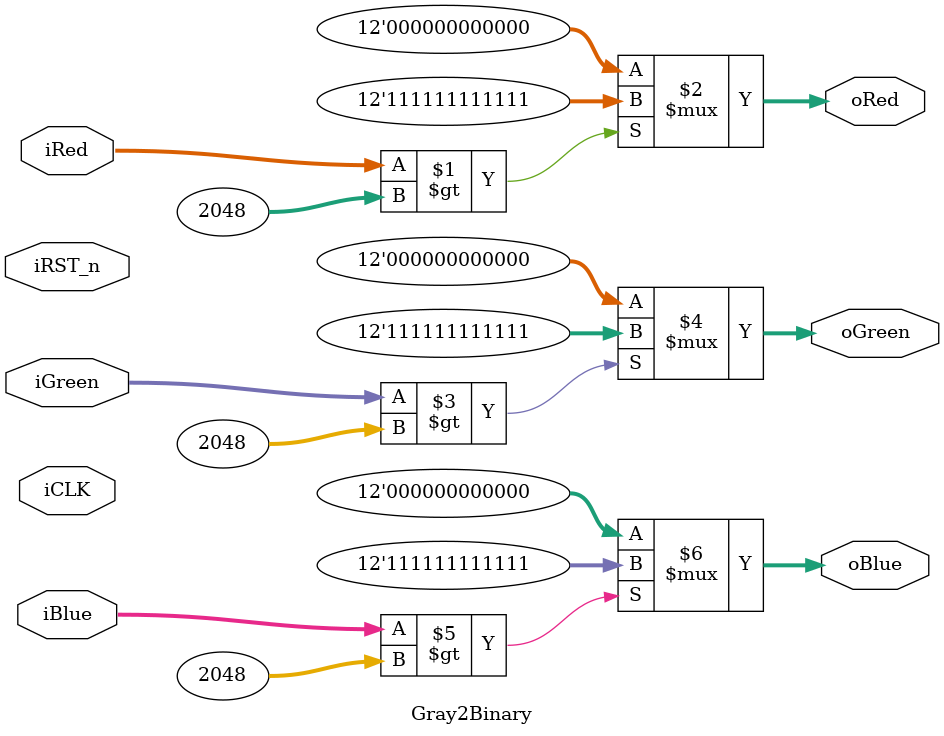
<source format=sv>
module	Gray2Binary	(	iCLK,iRST_n,
								//Read Port 1
								iRed,
								iGreen,
								iBlue,
								oRed,
								oGreen,
								oBlue
							);



	input			iCLK;
	input			iRST_n;
	input	[11:0]	iRed;
	input	[11:0]	iGreen;
	input	[11:0]	iBlue;

	output	[11:0]	oRed;
	output	[11:0]	oGreen;
	output	[11:0]	oBlue;

	logic [11:0]	Red_w, Red_r;
	logic [11:0]	Green_w, Green_r;
	logic [11:0]	Blue_w, Blue_r;

	logic [21:0]	Gray;

	parameter th=2048;
	
//	assign oRed = Red_r;
//	assign oGreen = Green_r;
//	assign oBlue = Blue_r;
	
	assign oRed = iRed > th ? 12'd4095 : 12'd0;
	assign oGreen = iGreen > th ? 12'd4095 : 12'd0;
	assign oBlue = iBlue > th ? 12'd4095 : 12'd0;


	always_ff@(posedge iCLK or negedge iRST_n)	begin
		if(!iRST_n) begin
			Red_r <= 0;
			Green_r <= 0;
			Blue_r <= 0;
		end else begin
			Red_r <= Red_w;
			Green_r <= Green_w;
			Blue_r <= Blue_w;
		end
	end
	
endmodule
</source>
